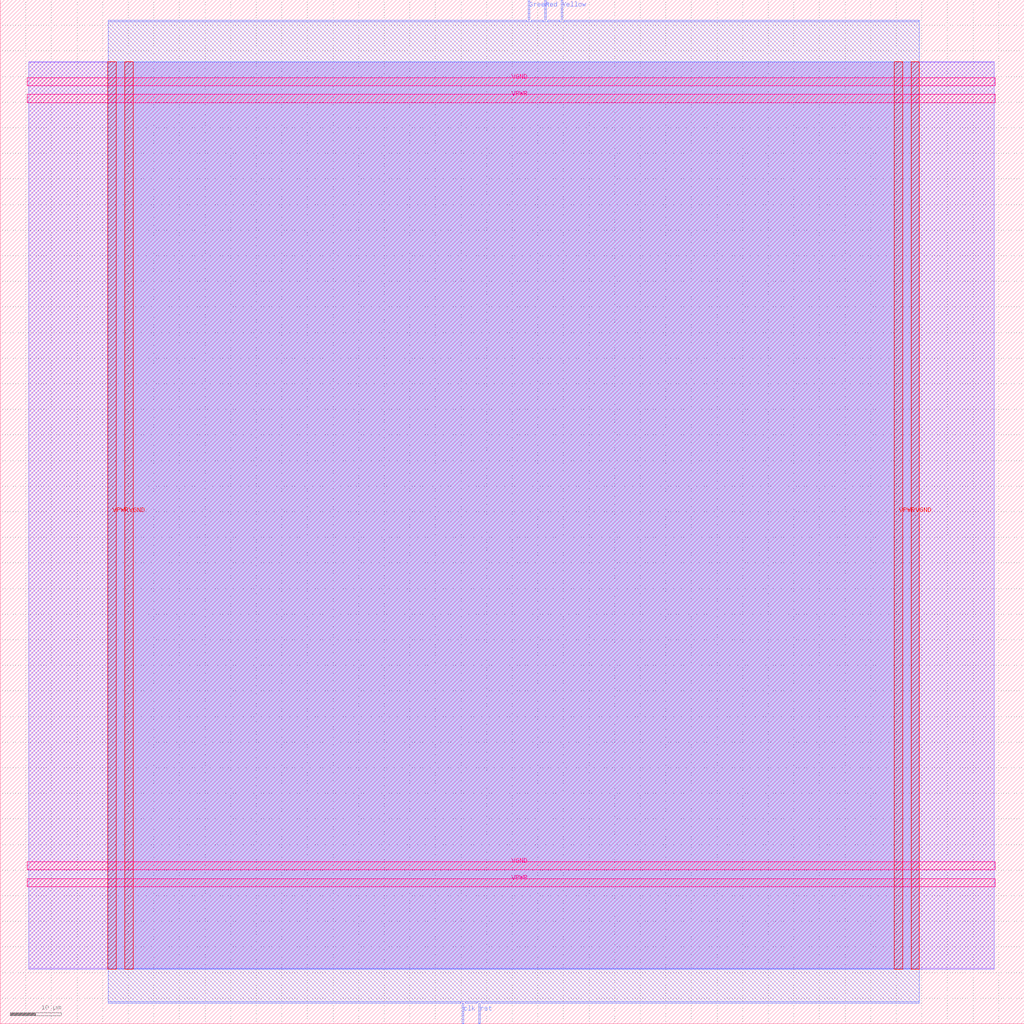
<source format=lef>
VERSION 5.7 ;
  NOWIREEXTENSIONATPIN ON ;
  DIVIDERCHAR "/" ;
  BUSBITCHARS "[]" ;
MACRO light
  CLASS BLOCK ;
  FOREIGN light ;
  ORIGIN 0.000 0.000 ;
  SIZE 200.000 BY 200.000 ;
  PIN Green
    DIRECTION OUTPUT TRISTATE ;
    USE SIGNAL ;
    ANTENNADIFFAREA 0.795200 ;
    PORT
      LAYER met2 ;
        RECT 103.130 196.000 103.410 200.000 ;
    END
  END Green
  PIN Red
    DIRECTION OUTPUT TRISTATE ;
    USE SIGNAL ;
    ANTENNADIFFAREA 0.795200 ;
    PORT
      LAYER met2 ;
        RECT 106.350 196.000 106.630 200.000 ;
    END
  END Red
  PIN VGND
    DIRECTION INOUT ;
    USE GROUND ;
    PORT
      LAYER met4 ;
        RECT 24.340 10.640 25.940 187.920 ;
    END
    PORT
      LAYER met4 ;
        RECT 177.940 10.640 179.540 187.920 ;
    END
    PORT
      LAYER met5 ;
        RECT 5.280 30.030 194.360 31.630 ;
    END
    PORT
      LAYER met5 ;
        RECT 5.280 183.210 194.360 184.810 ;
    END
  END VGND
  PIN VPWR
    DIRECTION INOUT ;
    USE POWER ;
    PORT
      LAYER met4 ;
        RECT 21.040 10.640 22.640 187.920 ;
    END
    PORT
      LAYER met4 ;
        RECT 174.640 10.640 176.240 187.920 ;
    END
    PORT
      LAYER met5 ;
        RECT 5.280 26.730 194.360 28.330 ;
    END
    PORT
      LAYER met5 ;
        RECT 5.280 179.910 194.360 181.510 ;
    END
  END VPWR
  PIN Yellow
    DIRECTION OUTPUT TRISTATE ;
    USE SIGNAL ;
    ANTENNADIFFAREA 0.795200 ;
    PORT
      LAYER met2 ;
        RECT 109.570 196.000 109.850 200.000 ;
    END
  END Yellow
  PIN clk
    DIRECTION INPUT ;
    USE SIGNAL ;
    ANTENNAGATEAREA 0.852000 ;
    PORT
      LAYER met2 ;
        RECT 90.250 0.000 90.530 4.000 ;
    END
  END clk
  PIN rst
    DIRECTION INPUT ;
    USE SIGNAL ;
    ANTENNAGATEAREA 0.126000 ;
    PORT
      LAYER met2 ;
        RECT 93.470 0.000 93.750 4.000 ;
    END
  END rst
  OBS
      LAYER li1 ;
        RECT 5.520 10.795 194.120 187.765 ;
      LAYER met1 ;
        RECT 5.520 10.640 194.120 187.920 ;
      LAYER met2 ;
        RECT 21.070 195.720 102.850 196.000 ;
        RECT 103.690 195.720 106.070 196.000 ;
        RECT 106.910 195.720 109.290 196.000 ;
        RECT 110.130 195.720 179.510 196.000 ;
        RECT 21.070 4.280 179.510 195.720 ;
        RECT 21.070 4.000 89.970 4.280 ;
        RECT 90.810 4.000 93.190 4.280 ;
        RECT 94.030 4.000 179.510 4.280 ;
      LAYER met3 ;
        RECT 21.050 10.715 179.530 187.845 ;
  END
END light
END LIBRARY


</source>
